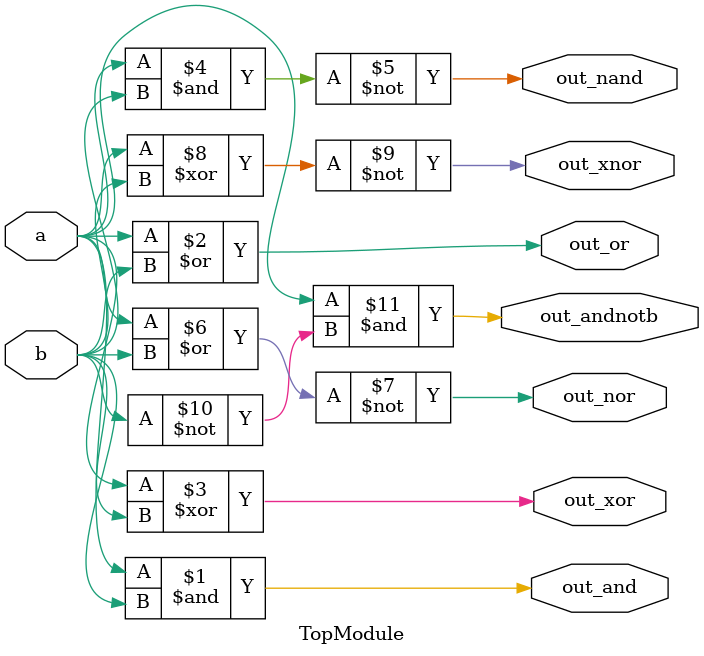
<source format=sv>
module TopModule (
    input logic a,
    input logic b,
    output logic out_and,
    output logic out_or,
    output logic out_xor,
    output logic out_nand,
    output logic out_nor,
    output logic out_xnor,
    output logic out_andnotb
);

assign out_and = a & b;
assign out_or = a | b;
assign out_xor = a ^ b;
assign out_nand = ~(a & b);
assign out_nor = ~(a | b);
assign out_xnor = ~(a ^ b);
assign out_andnotb = a & ~b;

endmodule
</source>
